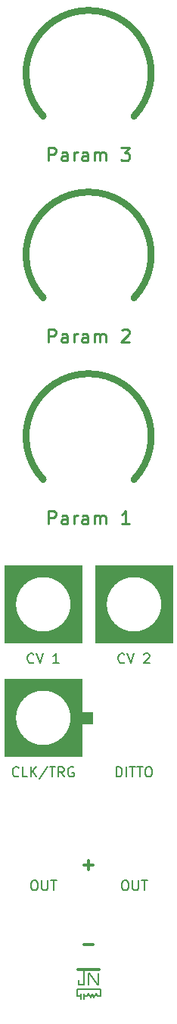
<source format=gbr>
G04 #@! TF.GenerationSoftware,KiCad,Pcbnew,(5.1.9-0-10_14)*
G04 #@! TF.CreationDate,2021-01-17T22:18:43-06:00*
G04 #@! TF.ProjectId,JNTUB_panel,4a4e5455-425f-4706-916e-656c2e6b6963,rev?*
G04 #@! TF.SameCoordinates,Original*
G04 #@! TF.FileFunction,Legend,Top*
G04 #@! TF.FilePolarity,Positive*
%FSLAX46Y46*%
G04 Gerber Fmt 4.6, Leading zero omitted, Abs format (unit mm)*
G04 Created by KiCad (PCBNEW (5.1.9-0-10_14)) date 2021-01-17 22:18:43*
%MOMM*%
%LPD*%
G01*
G04 APERTURE LIST*
%ADD10C,0.250000*%
%ADD11C,0.150000*%
%ADD12C,0.300000*%
%ADD13C,0.200000*%
%ADD14C,0.800000*%
%ADD15C,0.100000*%
%ADD16C,1.300000*%
G04 APERTURE END LIST*
D10*
X92782000Y-63416571D02*
X92782000Y-61916571D01*
X93353428Y-61916571D01*
X93496285Y-61988000D01*
X93567714Y-62059428D01*
X93639142Y-62202285D01*
X93639142Y-62416571D01*
X93567714Y-62559428D01*
X93496285Y-62630857D01*
X93353428Y-62702285D01*
X92782000Y-62702285D01*
X94924857Y-63416571D02*
X94924857Y-62630857D01*
X94853428Y-62488000D01*
X94710571Y-62416571D01*
X94424857Y-62416571D01*
X94282000Y-62488000D01*
X94924857Y-63345142D02*
X94782000Y-63416571D01*
X94424857Y-63416571D01*
X94282000Y-63345142D01*
X94210571Y-63202285D01*
X94210571Y-63059428D01*
X94282000Y-62916571D01*
X94424857Y-62845142D01*
X94782000Y-62845142D01*
X94924857Y-62773714D01*
X95639142Y-63416571D02*
X95639142Y-62416571D01*
X95639142Y-62702285D02*
X95710571Y-62559428D01*
X95782000Y-62488000D01*
X95924857Y-62416571D01*
X96067714Y-62416571D01*
X97210571Y-63416571D02*
X97210571Y-62630857D01*
X97139142Y-62488000D01*
X96996285Y-62416571D01*
X96710571Y-62416571D01*
X96567714Y-62488000D01*
X97210571Y-63345142D02*
X97067714Y-63416571D01*
X96710571Y-63416571D01*
X96567714Y-63345142D01*
X96496285Y-63202285D01*
X96496285Y-63059428D01*
X96567714Y-62916571D01*
X96710571Y-62845142D01*
X97067714Y-62845142D01*
X97210571Y-62773714D01*
X97924857Y-63416571D02*
X97924857Y-62416571D01*
X97924857Y-62559428D02*
X97996285Y-62488000D01*
X98139142Y-62416571D01*
X98353428Y-62416571D01*
X98496285Y-62488000D01*
X98567714Y-62630857D01*
X98567714Y-63416571D01*
X98567714Y-62630857D02*
X98639142Y-62488000D01*
X98782000Y-62416571D01*
X98996285Y-62416571D01*
X99139142Y-62488000D01*
X99210571Y-62630857D01*
X99210571Y-63416571D01*
X100924857Y-61916571D02*
X101853428Y-61916571D01*
X101353428Y-62488000D01*
X101567714Y-62488000D01*
X101710571Y-62559428D01*
X101782000Y-62630857D01*
X101853428Y-62773714D01*
X101853428Y-63130857D01*
X101782000Y-63273714D01*
X101710571Y-63345142D01*
X101567714Y-63416571D01*
X101139142Y-63416571D01*
X100996285Y-63345142D01*
X100924857Y-63273714D01*
X92782000Y-83736571D02*
X92782000Y-82236571D01*
X93353428Y-82236571D01*
X93496285Y-82308000D01*
X93567714Y-82379428D01*
X93639142Y-82522285D01*
X93639142Y-82736571D01*
X93567714Y-82879428D01*
X93496285Y-82950857D01*
X93353428Y-83022285D01*
X92782000Y-83022285D01*
X94924857Y-83736571D02*
X94924857Y-82950857D01*
X94853428Y-82808000D01*
X94710571Y-82736571D01*
X94424857Y-82736571D01*
X94282000Y-82808000D01*
X94924857Y-83665142D02*
X94782000Y-83736571D01*
X94424857Y-83736571D01*
X94282000Y-83665142D01*
X94210571Y-83522285D01*
X94210571Y-83379428D01*
X94282000Y-83236571D01*
X94424857Y-83165142D01*
X94782000Y-83165142D01*
X94924857Y-83093714D01*
X95639142Y-83736571D02*
X95639142Y-82736571D01*
X95639142Y-83022285D02*
X95710571Y-82879428D01*
X95782000Y-82808000D01*
X95924857Y-82736571D01*
X96067714Y-82736571D01*
X97210571Y-83736571D02*
X97210571Y-82950857D01*
X97139142Y-82808000D01*
X96996285Y-82736571D01*
X96710571Y-82736571D01*
X96567714Y-82808000D01*
X97210571Y-83665142D02*
X97067714Y-83736571D01*
X96710571Y-83736571D01*
X96567714Y-83665142D01*
X96496285Y-83522285D01*
X96496285Y-83379428D01*
X96567714Y-83236571D01*
X96710571Y-83165142D01*
X97067714Y-83165142D01*
X97210571Y-83093714D01*
X97924857Y-83736571D02*
X97924857Y-82736571D01*
X97924857Y-82879428D02*
X97996285Y-82808000D01*
X98139142Y-82736571D01*
X98353428Y-82736571D01*
X98496285Y-82808000D01*
X98567714Y-82950857D01*
X98567714Y-83736571D01*
X98567714Y-82950857D02*
X98639142Y-82808000D01*
X98782000Y-82736571D01*
X98996285Y-82736571D01*
X99139142Y-82808000D01*
X99210571Y-82950857D01*
X99210571Y-83736571D01*
X100996285Y-82379428D02*
X101067714Y-82308000D01*
X101210571Y-82236571D01*
X101567714Y-82236571D01*
X101710571Y-82308000D01*
X101782000Y-82379428D01*
X101853428Y-82522285D01*
X101853428Y-82665142D01*
X101782000Y-82879428D01*
X100924857Y-83736571D01*
X101853428Y-83736571D01*
X92782000Y-104056571D02*
X92782000Y-102556571D01*
X93353428Y-102556571D01*
X93496285Y-102628000D01*
X93567714Y-102699428D01*
X93639142Y-102842285D01*
X93639142Y-103056571D01*
X93567714Y-103199428D01*
X93496285Y-103270857D01*
X93353428Y-103342285D01*
X92782000Y-103342285D01*
X94924857Y-104056571D02*
X94924857Y-103270857D01*
X94853428Y-103128000D01*
X94710571Y-103056571D01*
X94424857Y-103056571D01*
X94282000Y-103128000D01*
X94924857Y-103985142D02*
X94782000Y-104056571D01*
X94424857Y-104056571D01*
X94282000Y-103985142D01*
X94210571Y-103842285D01*
X94210571Y-103699428D01*
X94282000Y-103556571D01*
X94424857Y-103485142D01*
X94782000Y-103485142D01*
X94924857Y-103413714D01*
X95639142Y-104056571D02*
X95639142Y-103056571D01*
X95639142Y-103342285D02*
X95710571Y-103199428D01*
X95782000Y-103128000D01*
X95924857Y-103056571D01*
X96067714Y-103056571D01*
X97210571Y-104056571D02*
X97210571Y-103270857D01*
X97139142Y-103128000D01*
X96996285Y-103056571D01*
X96710571Y-103056571D01*
X96567714Y-103128000D01*
X97210571Y-103985142D02*
X97067714Y-104056571D01*
X96710571Y-104056571D01*
X96567714Y-103985142D01*
X96496285Y-103842285D01*
X96496285Y-103699428D01*
X96567714Y-103556571D01*
X96710571Y-103485142D01*
X97067714Y-103485142D01*
X97210571Y-103413714D01*
X97924857Y-104056571D02*
X97924857Y-103056571D01*
X97924857Y-103199428D02*
X97996285Y-103128000D01*
X98139142Y-103056571D01*
X98353428Y-103056571D01*
X98496285Y-103128000D01*
X98567714Y-103270857D01*
X98567714Y-104056571D01*
X98567714Y-103270857D02*
X98639142Y-103128000D01*
X98782000Y-103056571D01*
X98996285Y-103056571D01*
X99139142Y-103128000D01*
X99210571Y-103270857D01*
X99210571Y-104056571D01*
X101853428Y-104056571D02*
X100996285Y-104056571D01*
X101424857Y-104056571D02*
X101424857Y-102556571D01*
X101282000Y-102770857D01*
X101139142Y-102913714D01*
X100996285Y-102985142D01*
D11*
X97231200Y-155600400D02*
X97231200Y-154279600D01*
X96418400Y-157175200D02*
X96418400Y-156565600D01*
X96139000Y-155600400D02*
X96774000Y-155600400D01*
X97129600Y-156870400D02*
X97282000Y-156616400D01*
X98298000Y-155600400D02*
X98399600Y-155600400D01*
X95961200Y-156870400D02*
X96418400Y-156870400D01*
X98602800Y-156108400D02*
X98602800Y-156870400D01*
X98399600Y-155600400D02*
X98399600Y-154279600D01*
X98094800Y-156616400D02*
X98247200Y-156870400D01*
X97231200Y-154279600D02*
X97332800Y-154279600D01*
X97891600Y-157022800D02*
X98094800Y-156616400D01*
X97282000Y-156616400D02*
X97485200Y-157022800D01*
X97485200Y-157022800D02*
X97688400Y-156616400D01*
X95961200Y-156108400D02*
X98602800Y-156108400D01*
X96774000Y-155600400D02*
X96774000Y-153822400D01*
X96723200Y-156565600D02*
X96723200Y-157175200D01*
X95961200Y-156108400D02*
X95961200Y-156870400D01*
X97332800Y-154279600D02*
X98298000Y-155600400D01*
X97688400Y-156616400D02*
X97891600Y-157022800D01*
X98247200Y-156870400D02*
X98602800Y-156870400D01*
X96139000Y-155041600D02*
X96139000Y-155600400D01*
D12*
X96113600Y-153873200D02*
X98450400Y-153873200D01*
D11*
X96723200Y-156870400D02*
X97129600Y-156870400D01*
D13*
X101288190Y-119518857D02*
X101235809Y-119571238D01*
X101078666Y-119623619D01*
X100973904Y-119623619D01*
X100816761Y-119571238D01*
X100712000Y-119466476D01*
X100659619Y-119361714D01*
X100607238Y-119152190D01*
X100607238Y-118995047D01*
X100659619Y-118785523D01*
X100712000Y-118680761D01*
X100816761Y-118576000D01*
X100973904Y-118523619D01*
X101078666Y-118523619D01*
X101235809Y-118576000D01*
X101288190Y-118628380D01*
X101602476Y-118523619D02*
X101969142Y-119623619D01*
X102335809Y-118523619D01*
X103488190Y-118628380D02*
X103540571Y-118576000D01*
X103645333Y-118523619D01*
X103907238Y-118523619D01*
X104012000Y-118576000D01*
X104064380Y-118628380D01*
X104116761Y-118733142D01*
X104116761Y-118837904D01*
X104064380Y-118995047D01*
X103435809Y-119623619D01*
X104116761Y-119623619D01*
X91128190Y-119518857D02*
X91075809Y-119571238D01*
X90918666Y-119623619D01*
X90813904Y-119623619D01*
X90656761Y-119571238D01*
X90552000Y-119466476D01*
X90499619Y-119361714D01*
X90447238Y-119152190D01*
X90447238Y-118995047D01*
X90499619Y-118785523D01*
X90552000Y-118680761D01*
X90656761Y-118576000D01*
X90813904Y-118523619D01*
X90918666Y-118523619D01*
X91075809Y-118576000D01*
X91128190Y-118628380D01*
X91442476Y-118523619D02*
X91809142Y-119623619D01*
X92175809Y-118523619D01*
X93956761Y-119623619D02*
X93328190Y-119623619D01*
X93642476Y-119623619D02*
X93642476Y-118523619D01*
X93537714Y-118680761D01*
X93432952Y-118785523D01*
X93328190Y-118837904D01*
X101262000Y-143923619D02*
X101471523Y-143923619D01*
X101576285Y-143976000D01*
X101681047Y-144080761D01*
X101733428Y-144290285D01*
X101733428Y-144656952D01*
X101681047Y-144866476D01*
X101576285Y-144971238D01*
X101471523Y-145023619D01*
X101262000Y-145023619D01*
X101157238Y-144971238D01*
X101052476Y-144866476D01*
X101000095Y-144656952D01*
X101000095Y-144290285D01*
X101052476Y-144080761D01*
X101157238Y-143976000D01*
X101262000Y-143923619D01*
X102204857Y-143923619D02*
X102204857Y-144814095D01*
X102257238Y-144918857D01*
X102309619Y-144971238D01*
X102414380Y-145023619D01*
X102623904Y-145023619D01*
X102728666Y-144971238D01*
X102781047Y-144918857D01*
X102833428Y-144814095D01*
X102833428Y-143923619D01*
X103200095Y-143923619D02*
X103828666Y-143923619D01*
X103514380Y-145023619D02*
X103514380Y-143923619D01*
D14*
X92205168Y-58423333D02*
G75*
G02*
X102362000Y-58420000I5076832J4829333D01*
G01*
X92205168Y-78743333D02*
G75*
G02*
X102362000Y-78740000I5076832J4829333D01*
G01*
X92205168Y-99063333D02*
G75*
G02*
X102362000Y-99060000I5076832J4829333D01*
G01*
D13*
X91102000Y-143923619D02*
X91311523Y-143923619D01*
X91416285Y-143976000D01*
X91521047Y-144080761D01*
X91573428Y-144290285D01*
X91573428Y-144656952D01*
X91521047Y-144866476D01*
X91416285Y-144971238D01*
X91311523Y-145023619D01*
X91102000Y-145023619D01*
X90997238Y-144971238D01*
X90892476Y-144866476D01*
X90840095Y-144656952D01*
X90840095Y-144290285D01*
X90892476Y-144080761D01*
X90997238Y-143976000D01*
X91102000Y-143923619D01*
X92044857Y-143923619D02*
X92044857Y-144814095D01*
X92097238Y-144918857D01*
X92149619Y-144971238D01*
X92254380Y-145023619D01*
X92463904Y-145023619D01*
X92568666Y-144971238D01*
X92621047Y-144918857D01*
X92673428Y-144814095D01*
X92673428Y-143923619D01*
X93040095Y-143923619D02*
X93668666Y-143923619D01*
X93354380Y-145023619D02*
X93354380Y-143923619D01*
D12*
X96774000Y-151130000D02*
X97790000Y-151130000D01*
D13*
X100397714Y-132323619D02*
X100397714Y-131223619D01*
X100659619Y-131223619D01*
X100816761Y-131276000D01*
X100921523Y-131380761D01*
X100973904Y-131485523D01*
X101026285Y-131695047D01*
X101026285Y-131852190D01*
X100973904Y-132061714D01*
X100921523Y-132166476D01*
X100816761Y-132271238D01*
X100659619Y-132323619D01*
X100397714Y-132323619D01*
X101497714Y-132323619D02*
X101497714Y-131223619D01*
X101864380Y-131223619D02*
X102492952Y-131223619D01*
X102178666Y-132323619D02*
X102178666Y-131223619D01*
X102702476Y-131223619D02*
X103331047Y-131223619D01*
X103016761Y-132323619D02*
X103016761Y-131223619D01*
X103907238Y-131223619D02*
X104116761Y-131223619D01*
X104221523Y-131276000D01*
X104326285Y-131380761D01*
X104378666Y-131590285D01*
X104378666Y-131956952D01*
X104326285Y-132166476D01*
X104221523Y-132271238D01*
X104116761Y-132323619D01*
X103907238Y-132323619D01*
X103802476Y-132271238D01*
X103697714Y-132166476D01*
X103645333Y-131956952D01*
X103645333Y-131590285D01*
X103697714Y-131380761D01*
X103802476Y-131276000D01*
X103907238Y-131223619D01*
X89452000Y-132218857D02*
X89399619Y-132271238D01*
X89242476Y-132323619D01*
X89137714Y-132323619D01*
X88980571Y-132271238D01*
X88875809Y-132166476D01*
X88823428Y-132061714D01*
X88771047Y-131852190D01*
X88771047Y-131695047D01*
X88823428Y-131485523D01*
X88875809Y-131380761D01*
X88980571Y-131276000D01*
X89137714Y-131223619D01*
X89242476Y-131223619D01*
X89399619Y-131276000D01*
X89452000Y-131328380D01*
X90447238Y-132323619D02*
X89923428Y-132323619D01*
X89923428Y-131223619D01*
X90813904Y-132323619D02*
X90813904Y-131223619D01*
X91442476Y-132323619D02*
X90971047Y-131695047D01*
X91442476Y-131223619D02*
X90813904Y-131852190D01*
X92699619Y-131171238D02*
X91756761Y-132585523D01*
X92909142Y-131223619D02*
X93537714Y-131223619D01*
X93223428Y-132323619D02*
X93223428Y-131223619D01*
X94532952Y-132323619D02*
X94166285Y-131799809D01*
X93904380Y-132323619D02*
X93904380Y-131223619D01*
X94323428Y-131223619D01*
X94428190Y-131276000D01*
X94480571Y-131328380D01*
X94532952Y-131433142D01*
X94532952Y-131590285D01*
X94480571Y-131695047D01*
X94428190Y-131747428D01*
X94323428Y-131799809D01*
X93904380Y-131799809D01*
X95580571Y-131276000D02*
X95475809Y-131223619D01*
X95318666Y-131223619D01*
X95161523Y-131276000D01*
X95056761Y-131380761D01*
X95004380Y-131485523D01*
X94952000Y-131695047D01*
X94952000Y-131852190D01*
X95004380Y-132061714D01*
X95056761Y-132166476D01*
X95161523Y-132271238D01*
X95318666Y-132323619D01*
X95423428Y-132323619D01*
X95580571Y-132271238D01*
X95632952Y-132218857D01*
X95632952Y-131852190D01*
X95423428Y-131852190D01*
D12*
X96774000Y-142240000D02*
X97790000Y-142240000D01*
X97282000Y-141732000D02*
X97282000Y-142748000D01*
D15*
G36*
X97663000Y-126365000D02*
G01*
X95885000Y-126365000D01*
X95885000Y-125095000D01*
X97663000Y-125095000D01*
X97663000Y-126365000D01*
G37*
X97663000Y-126365000D02*
X95885000Y-126365000D01*
X95885000Y-125095000D01*
X97663000Y-125095000D01*
X97663000Y-126365000D01*
D16*
X92200389Y-129413000D02*
G75*
G02*
X88519000Y-125730000I1611J3683000D01*
G01*
D15*
G36*
X96520000Y-130048000D02*
G01*
X95250000Y-130048000D01*
X95250000Y-121412000D01*
X96520000Y-121412000D01*
X96520000Y-130048000D01*
G37*
X96520000Y-130048000D02*
X95250000Y-130048000D01*
X95250000Y-121412000D01*
X96520000Y-121412000D01*
X96520000Y-130048000D01*
G36*
X96520000Y-130048000D02*
G01*
X87884000Y-130048000D01*
X87884000Y-128778000D01*
X96520000Y-128778000D01*
X96520000Y-130048000D01*
G37*
X96520000Y-130048000D02*
X87884000Y-130048000D01*
X87884000Y-128778000D01*
X96520000Y-128778000D01*
X96520000Y-130048000D01*
D16*
X88519000Y-125730000D02*
G75*
G02*
X92202000Y-122048611I3683000J-1611D01*
G01*
X95883389Y-125731611D02*
G75*
G02*
X92200389Y-129413000I-3683000J1611D01*
G01*
D15*
G36*
X89027000Y-130048000D02*
G01*
X87884000Y-130048000D01*
X87884000Y-121412000D01*
X89027000Y-121412000D01*
X89027000Y-130048000D01*
G37*
X89027000Y-130048000D02*
X87884000Y-130048000D01*
X87884000Y-121412000D01*
X89027000Y-121412000D01*
X89027000Y-130048000D01*
G36*
X96520000Y-122682000D02*
G01*
X87884000Y-122682000D01*
X87884000Y-121412000D01*
X96520000Y-121412000D01*
X96520000Y-122682000D01*
G37*
X96520000Y-122682000D02*
X87884000Y-122682000D01*
X87884000Y-121412000D01*
X96520000Y-121412000D01*
X96520000Y-122682000D01*
D16*
X92202000Y-122048611D02*
G75*
G02*
X95883389Y-125731611I-1611J-3683000D01*
G01*
X106043389Y-113031611D02*
G75*
G02*
X102360389Y-116713000I-3683000J1611D01*
G01*
X102360389Y-116713000D02*
G75*
G02*
X98679000Y-113030000I1611J3683000D01*
G01*
D15*
G36*
X106680000Y-117348000D02*
G01*
X105410000Y-117348000D01*
X105410000Y-108712000D01*
X106680000Y-108712000D01*
X106680000Y-117348000D01*
G37*
X106680000Y-117348000D02*
X105410000Y-117348000D01*
X105410000Y-108712000D01*
X106680000Y-108712000D01*
X106680000Y-117348000D01*
G36*
X106680000Y-117348000D02*
G01*
X98044000Y-117348000D01*
X98044000Y-116078000D01*
X106680000Y-116078000D01*
X106680000Y-117348000D01*
G37*
X106680000Y-117348000D02*
X98044000Y-117348000D01*
X98044000Y-116078000D01*
X106680000Y-116078000D01*
X106680000Y-117348000D01*
G36*
X99187000Y-117348000D02*
G01*
X98044000Y-117348000D01*
X98044000Y-108712000D01*
X99187000Y-108712000D01*
X99187000Y-117348000D01*
G37*
X99187000Y-117348000D02*
X98044000Y-117348000D01*
X98044000Y-108712000D01*
X99187000Y-108712000D01*
X99187000Y-117348000D01*
G36*
X106680000Y-109982000D02*
G01*
X98044000Y-109982000D01*
X98044000Y-108712000D01*
X106680000Y-108712000D01*
X106680000Y-109982000D01*
G37*
X106680000Y-109982000D02*
X98044000Y-109982000D01*
X98044000Y-108712000D01*
X106680000Y-108712000D01*
X106680000Y-109982000D01*
D16*
X102362000Y-109348611D02*
G75*
G02*
X106043389Y-113031611I-1611J-3683000D01*
G01*
X98679000Y-113030000D02*
G75*
G02*
X102362000Y-109348611I3683000J-1611D01*
G01*
X95883389Y-113031611D02*
G75*
G02*
X92200389Y-116713000I-3683000J1611D01*
G01*
X92202000Y-109348611D02*
G75*
G02*
X95883389Y-113031611I-1611J-3683000D01*
G01*
X88519000Y-113030000D02*
G75*
G02*
X92202000Y-109348611I3683000J-1611D01*
G01*
X92200389Y-116713000D02*
G75*
G02*
X88519000Y-113030000I1611J3683000D01*
G01*
D15*
G36*
X96520000Y-109982000D02*
G01*
X87884000Y-109982000D01*
X87884000Y-108712000D01*
X96520000Y-108712000D01*
X96520000Y-109982000D01*
G37*
X96520000Y-109982000D02*
X87884000Y-109982000D01*
X87884000Y-108712000D01*
X96520000Y-108712000D01*
X96520000Y-109982000D01*
G36*
X89027000Y-117348000D02*
G01*
X87884000Y-117348000D01*
X87884000Y-108712000D01*
X89027000Y-108712000D01*
X89027000Y-117348000D01*
G37*
X89027000Y-117348000D02*
X87884000Y-117348000D01*
X87884000Y-108712000D01*
X89027000Y-108712000D01*
X89027000Y-117348000D01*
G36*
X96520000Y-117348000D02*
G01*
X87884000Y-117348000D01*
X87884000Y-116078000D01*
X96520000Y-116078000D01*
X96520000Y-117348000D01*
G37*
X96520000Y-117348000D02*
X87884000Y-117348000D01*
X87884000Y-116078000D01*
X96520000Y-116078000D01*
X96520000Y-117348000D01*
G36*
X96520000Y-117348000D02*
G01*
X95250000Y-117348000D01*
X95250000Y-108712000D01*
X96520000Y-108712000D01*
X96520000Y-117348000D01*
G37*
X96520000Y-117348000D02*
X95250000Y-117348000D01*
X95250000Y-108712000D01*
X96520000Y-108712000D01*
X96520000Y-117348000D01*
M02*

</source>
